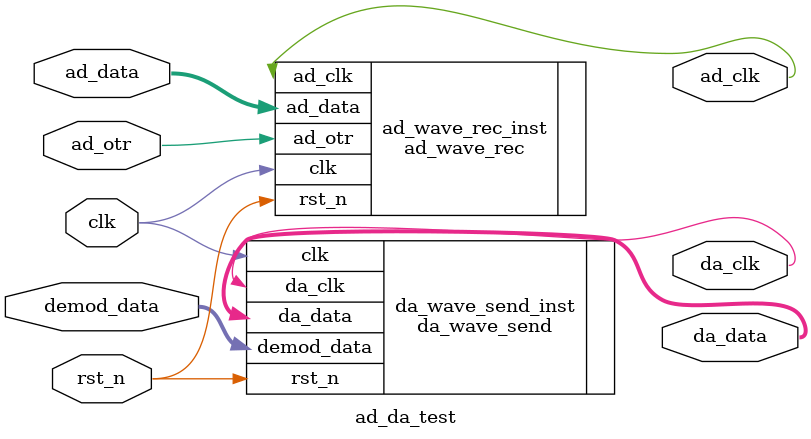
<source format=v>
`timescale 1ns / 1ps

module ad_da_test(
	input clk , 		     //系统时钟
	input rst_n ,	 	   //系统复位，低电平有效	
	output da_clk ,		 	//DA(AD9708)驱动时钟,最大支持 125Mhz 时钟
	output ad_clk,          //AD(AD9280)驱动时钟,最大支持 32Mhz 时钟
	output [7:0] da_data , 	//输出给 DA 的数据
	
	input [7:0] ad_data ,   //AD 输入数据
	input [7:0] demod_data,   //输入数据
	input ad_otr 			//0:在量程范围 1:超出量程
);
	
/* 	//wire define 
	wire [7:0] rd_addr; //ROM 读地址
	wire [7:0] rd_data; //ROM 读出的数据

	//ROM 存储波形
	rom_256x8b u_rom_256x8b (
		.clka(clk),    		// input wire clka
		.addra(rd_addr), 	 	// input wire [7 : 0] addra
		.douta(rd_data)  		// output wire [7 : 0] douta
	); 
*/
	
	//DA 产生波形
	da_wave_send da_wave_send_inst(
		.clk (clk),
		.rst_n (rst_n),
		.demod_data (demod_data),
		.da_clk (da_clk), 
		.da_data (da_data)
	);
		
	//AD 数据接收
	ad_wave_rec ad_wave_rec_inst(
		.clk (clk),
		.rst_n (rst_n),
		.ad_data (ad_data),
		.ad_otr (ad_otr),
		.ad_clk (ad_clk)
	); 
	
 endmodule

</source>
